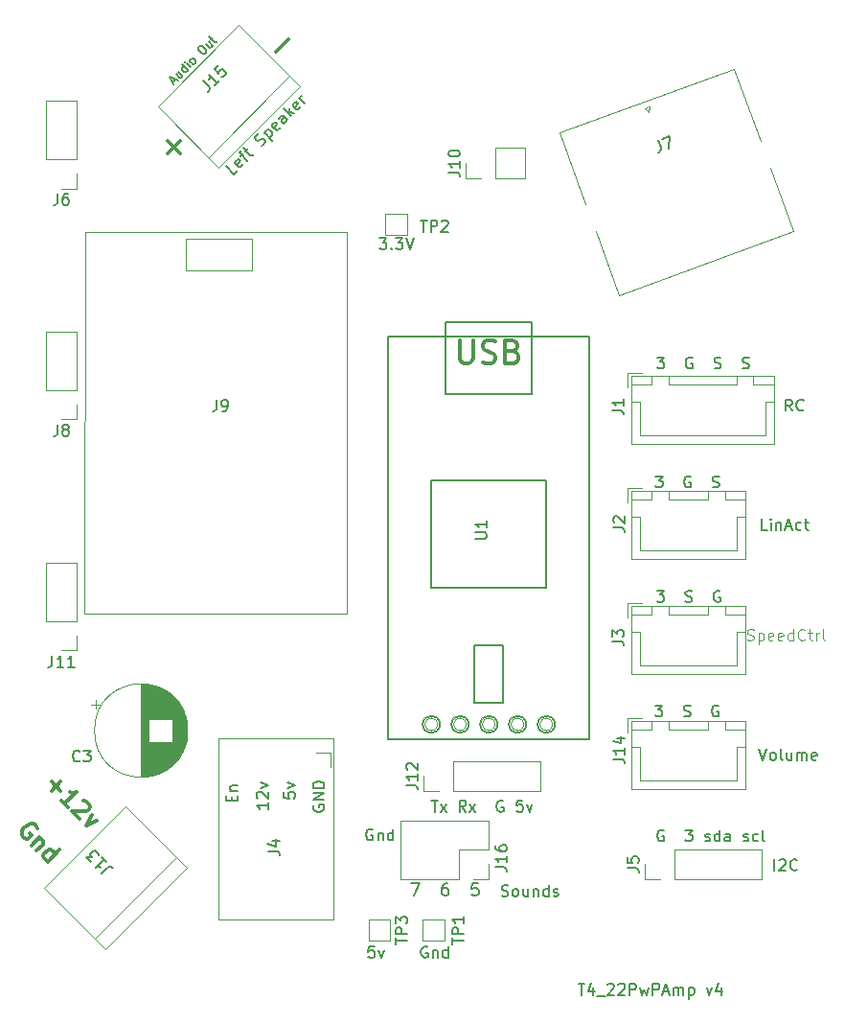
<source format=gbr>
G04 #@! TF.GenerationSoftware,KiCad,Pcbnew,(6.0.7)*
G04 #@! TF.CreationDate,2022-08-21T18:19:36-05:00*
G04 #@! TF.ProjectId,ControlBoardT4_22PinSound_PowerAmp,436f6e74-726f-46c4-926f-61726454345f,rev?*
G04 #@! TF.SameCoordinates,Original*
G04 #@! TF.FileFunction,Legend,Top*
G04 #@! TF.FilePolarity,Positive*
%FSLAX46Y46*%
G04 Gerber Fmt 4.6, Leading zero omitted, Abs format (unit mm)*
G04 Created by KiCad (PCBNEW (6.0.7)) date 2022-08-21 18:19:36*
%MOMM*%
%LPD*%
G01*
G04 APERTURE LIST*
%ADD10C,0.300000*%
%ADD11C,0.150000*%
%ADD12C,0.350000*%
%ADD13C,0.152400*%
%ADD14C,0.120000*%
G04 APERTURE END LIST*
D10*
X111073477Y-140837816D02*
X111022969Y-140686294D01*
X110871446Y-140534771D01*
X110669416Y-140433755D01*
X110467385Y-140433755D01*
X110315862Y-140484263D01*
X110063324Y-140635786D01*
X109911801Y-140787309D01*
X109760278Y-141039847D01*
X109709771Y-141191370D01*
X109709771Y-141393400D01*
X109810786Y-141595431D01*
X109911801Y-141696446D01*
X110113832Y-141797461D01*
X110214847Y-141797461D01*
X110568400Y-141443908D01*
X110366370Y-141241877D01*
X111275507Y-141645938D02*
X110568400Y-142353045D01*
X111174492Y-141746954D02*
X111275507Y-141746954D01*
X111427030Y-141797461D01*
X111578553Y-141948984D01*
X111629061Y-142100507D01*
X111578553Y-142252030D01*
X111022969Y-142807614D01*
X111982614Y-143767259D02*
X113043274Y-142706599D01*
X112033122Y-143716751D02*
X111881599Y-143666244D01*
X111679568Y-143464213D01*
X111629061Y-143312690D01*
X111629061Y-143211675D01*
X111679568Y-143060152D01*
X111982614Y-142757106D01*
X112134137Y-142706599D01*
X112235152Y-142706599D01*
X112386675Y-142757106D01*
X112588705Y-142959137D01*
X112639213Y-143110660D01*
D11*
X123044859Y-74931916D02*
X123297398Y-74679378D01*
X123145875Y-75133947D02*
X122792321Y-74426840D01*
X123499428Y-74780393D01*
X123549936Y-74022779D02*
X123903489Y-74376332D01*
X123322651Y-74250063D02*
X123600443Y-74527855D01*
X123676205Y-74553109D01*
X123751966Y-74527855D01*
X123827728Y-74452094D01*
X123852981Y-74376332D01*
X123852981Y-74325825D01*
X124383312Y-73896510D02*
X123852981Y-73366180D01*
X124358058Y-73871256D02*
X124332804Y-73947018D01*
X124231789Y-74048033D01*
X124156027Y-74073287D01*
X124105520Y-74073287D01*
X124029758Y-74048033D01*
X123878235Y-73896510D01*
X123852981Y-73820748D01*
X123852981Y-73770241D01*
X123878235Y-73694479D01*
X123979251Y-73593464D01*
X124055012Y-73568210D01*
X124635850Y-73643972D02*
X124282296Y-73290418D01*
X124105520Y-73113642D02*
X124105520Y-73164149D01*
X124156027Y-73164149D01*
X124156027Y-73113642D01*
X124105520Y-73113642D01*
X124156027Y-73164149D01*
X124964149Y-73315672D02*
X124888388Y-73340926D01*
X124837880Y-73340926D01*
X124762119Y-73315672D01*
X124610596Y-73164149D01*
X124585342Y-73088388D01*
X124585342Y-73037880D01*
X124610596Y-72962119D01*
X124686357Y-72886357D01*
X124762119Y-72861104D01*
X124812626Y-72861104D01*
X124888388Y-72886357D01*
X125039911Y-73037880D01*
X125065165Y-73113642D01*
X125065165Y-73164149D01*
X125039911Y-73239911D01*
X124964149Y-73315672D01*
X125342956Y-71876205D02*
X125443972Y-71775190D01*
X125519733Y-71749936D01*
X125620748Y-71749936D01*
X125747018Y-71825697D01*
X125923794Y-72002474D01*
X125999556Y-72128743D01*
X125999556Y-72229758D01*
X125974302Y-72305520D01*
X125873287Y-72406535D01*
X125797525Y-72431789D01*
X125696510Y-72431789D01*
X125570241Y-72356027D01*
X125393464Y-72179251D01*
X125317703Y-72052981D01*
X125317703Y-71951966D01*
X125342956Y-71876205D01*
X126201586Y-71371129D02*
X126555140Y-71724682D01*
X125974302Y-71598413D02*
X126252094Y-71876205D01*
X126327855Y-71901459D01*
X126403617Y-71876205D01*
X126479378Y-71800443D01*
X126504632Y-71724682D01*
X126504632Y-71674174D01*
X126378363Y-71194352D02*
X126580393Y-70992321D01*
X126277348Y-70941814D02*
X126731916Y-71396382D01*
X126807678Y-71421636D01*
X126883439Y-71396382D01*
X126933947Y-71345875D01*
X165870357Y-99242380D02*
X166489404Y-99242380D01*
X166156071Y-99623333D01*
X166298928Y-99623333D01*
X166394166Y-99670952D01*
X166441785Y-99718571D01*
X166489404Y-99813809D01*
X166489404Y-100051904D01*
X166441785Y-100147142D01*
X166394166Y-100194761D01*
X166298928Y-100242380D01*
X166013214Y-100242380D01*
X165917976Y-100194761D01*
X165870357Y-100147142D01*
X168965595Y-99290000D02*
X168870357Y-99242380D01*
X168727500Y-99242380D01*
X168584642Y-99290000D01*
X168489404Y-99385238D01*
X168441785Y-99480476D01*
X168394166Y-99670952D01*
X168394166Y-99813809D01*
X168441785Y-100004285D01*
X168489404Y-100099523D01*
X168584642Y-100194761D01*
X168727500Y-100242380D01*
X168822738Y-100242380D01*
X168965595Y-100194761D01*
X169013214Y-100147142D01*
X169013214Y-99813809D01*
X168822738Y-99813809D01*
X170917976Y-100194761D02*
X171060833Y-100242380D01*
X171298928Y-100242380D01*
X171394166Y-100194761D01*
X171441785Y-100147142D01*
X171489404Y-100051904D01*
X171489404Y-99956666D01*
X171441785Y-99861428D01*
X171394166Y-99813809D01*
X171298928Y-99766190D01*
X171108452Y-99718571D01*
X171013214Y-99670952D01*
X170965595Y-99623333D01*
X170917976Y-99528095D01*
X170917976Y-99432857D01*
X170965595Y-99337619D01*
X171013214Y-99290000D01*
X171108452Y-99242380D01*
X171346547Y-99242380D01*
X171489404Y-99290000D01*
X173394166Y-100194761D02*
X173537023Y-100242380D01*
X173775119Y-100242380D01*
X173870357Y-100194761D01*
X173917976Y-100147142D01*
X173965595Y-100051904D01*
X173965595Y-99956666D01*
X173917976Y-99861428D01*
X173870357Y-99813809D01*
X173775119Y-99766190D01*
X173584642Y-99718571D01*
X173489404Y-99670952D01*
X173441785Y-99623333D01*
X173394166Y-99528095D01*
X173394166Y-99432857D01*
X173441785Y-99337619D01*
X173489404Y-99290000D01*
X173584642Y-99242380D01*
X173822738Y-99242380D01*
X173965595Y-99290000D01*
X165710357Y-109742380D02*
X166329404Y-109742380D01*
X165996071Y-110123333D01*
X166138928Y-110123333D01*
X166234166Y-110170952D01*
X166281785Y-110218571D01*
X166329404Y-110313809D01*
X166329404Y-110551904D01*
X166281785Y-110647142D01*
X166234166Y-110694761D01*
X166138928Y-110742380D01*
X165853214Y-110742380D01*
X165757976Y-110694761D01*
X165710357Y-110647142D01*
X168805595Y-109790000D02*
X168710357Y-109742380D01*
X168567500Y-109742380D01*
X168424642Y-109790000D01*
X168329404Y-109885238D01*
X168281785Y-109980476D01*
X168234166Y-110170952D01*
X168234166Y-110313809D01*
X168281785Y-110504285D01*
X168329404Y-110599523D01*
X168424642Y-110694761D01*
X168567500Y-110742380D01*
X168662738Y-110742380D01*
X168805595Y-110694761D01*
X168853214Y-110647142D01*
X168853214Y-110313809D01*
X168662738Y-110313809D01*
X170757976Y-110694761D02*
X170900833Y-110742380D01*
X171138928Y-110742380D01*
X171234166Y-110694761D01*
X171281785Y-110647142D01*
X171329404Y-110551904D01*
X171329404Y-110456666D01*
X171281785Y-110361428D01*
X171234166Y-110313809D01*
X171138928Y-110266190D01*
X170948452Y-110218571D01*
X170853214Y-110170952D01*
X170805595Y-110123333D01*
X170757976Y-110028095D01*
X170757976Y-109932857D01*
X170805595Y-109837619D01*
X170853214Y-109790000D01*
X170948452Y-109742380D01*
X171186547Y-109742380D01*
X171329404Y-109790000D01*
X165700357Y-129972380D02*
X166319404Y-129972380D01*
X165986071Y-130353333D01*
X166128928Y-130353333D01*
X166224166Y-130400952D01*
X166271785Y-130448571D01*
X166319404Y-130543809D01*
X166319404Y-130781904D01*
X166271785Y-130877142D01*
X166224166Y-130924761D01*
X166128928Y-130972380D01*
X165843214Y-130972380D01*
X165747976Y-130924761D01*
X165700357Y-130877142D01*
X168224166Y-130924761D02*
X168367023Y-130972380D01*
X168605119Y-130972380D01*
X168700357Y-130924761D01*
X168747976Y-130877142D01*
X168795595Y-130781904D01*
X168795595Y-130686666D01*
X168747976Y-130591428D01*
X168700357Y-130543809D01*
X168605119Y-130496190D01*
X168414642Y-130448571D01*
X168319404Y-130400952D01*
X168271785Y-130353333D01*
X168224166Y-130258095D01*
X168224166Y-130162857D01*
X168271785Y-130067619D01*
X168319404Y-130020000D01*
X168414642Y-129972380D01*
X168652738Y-129972380D01*
X168795595Y-130020000D01*
X171271785Y-130020000D02*
X171176547Y-129972380D01*
X171033690Y-129972380D01*
X170890833Y-130020000D01*
X170795595Y-130115238D01*
X170747976Y-130210476D01*
X170700357Y-130400952D01*
X170700357Y-130543809D01*
X170747976Y-130734285D01*
X170795595Y-130829523D01*
X170890833Y-130924761D01*
X171033690Y-130972380D01*
X171128928Y-130972380D01*
X171271785Y-130924761D01*
X171319404Y-130877142D01*
X171319404Y-130543809D01*
X171128928Y-130543809D01*
X166434404Y-141025000D02*
X166339166Y-140977380D01*
X166196309Y-140977380D01*
X166053452Y-141025000D01*
X165958214Y-141120238D01*
X165910595Y-141215476D01*
X165862976Y-141405952D01*
X165862976Y-141548809D01*
X165910595Y-141739285D01*
X165958214Y-141834523D01*
X166053452Y-141929761D01*
X166196309Y-141977380D01*
X166291547Y-141977380D01*
X166434404Y-141929761D01*
X166482023Y-141882142D01*
X166482023Y-141548809D01*
X166291547Y-141548809D01*
X168339166Y-140977380D02*
X168958214Y-140977380D01*
X168624880Y-141358333D01*
X168767738Y-141358333D01*
X168862976Y-141405952D01*
X168910595Y-141453571D01*
X168958214Y-141548809D01*
X168958214Y-141786904D01*
X168910595Y-141882142D01*
X168862976Y-141929761D01*
X168767738Y-141977380D01*
X168482023Y-141977380D01*
X168386785Y-141929761D01*
X168339166Y-141882142D01*
X170101071Y-141929761D02*
X170196309Y-141977380D01*
X170386785Y-141977380D01*
X170482023Y-141929761D01*
X170529642Y-141834523D01*
X170529642Y-141786904D01*
X170482023Y-141691666D01*
X170386785Y-141644047D01*
X170243928Y-141644047D01*
X170148690Y-141596428D01*
X170101071Y-141501190D01*
X170101071Y-141453571D01*
X170148690Y-141358333D01*
X170243928Y-141310714D01*
X170386785Y-141310714D01*
X170482023Y-141358333D01*
X171386785Y-141977380D02*
X171386785Y-140977380D01*
X171386785Y-141929761D02*
X171291547Y-141977380D01*
X171101071Y-141977380D01*
X171005833Y-141929761D01*
X170958214Y-141882142D01*
X170910595Y-141786904D01*
X170910595Y-141501190D01*
X170958214Y-141405952D01*
X171005833Y-141358333D01*
X171101071Y-141310714D01*
X171291547Y-141310714D01*
X171386785Y-141358333D01*
X172291547Y-141977380D02*
X172291547Y-141453571D01*
X172243928Y-141358333D01*
X172148690Y-141310714D01*
X171958214Y-141310714D01*
X171862976Y-141358333D01*
X172291547Y-141929761D02*
X172196309Y-141977380D01*
X171958214Y-141977380D01*
X171862976Y-141929761D01*
X171815357Y-141834523D01*
X171815357Y-141739285D01*
X171862976Y-141644047D01*
X171958214Y-141596428D01*
X172196309Y-141596428D01*
X172291547Y-141548809D01*
X173482023Y-141929761D02*
X173577261Y-141977380D01*
X173767738Y-141977380D01*
X173862976Y-141929761D01*
X173910595Y-141834523D01*
X173910595Y-141786904D01*
X173862976Y-141691666D01*
X173767738Y-141644047D01*
X173624880Y-141644047D01*
X173529642Y-141596428D01*
X173482023Y-141501190D01*
X173482023Y-141453571D01*
X173529642Y-141358333D01*
X173624880Y-141310714D01*
X173767738Y-141310714D01*
X173862976Y-141358333D01*
X174767738Y-141929761D02*
X174672500Y-141977380D01*
X174482023Y-141977380D01*
X174386785Y-141929761D01*
X174339166Y-141882142D01*
X174291547Y-141786904D01*
X174291547Y-141501190D01*
X174339166Y-141405952D01*
X174386785Y-141358333D01*
X174482023Y-141310714D01*
X174672500Y-141310714D01*
X174767738Y-141358333D01*
X175339166Y-141977380D02*
X175243928Y-141929761D01*
X175196309Y-141834523D01*
X175196309Y-140977380D01*
X165830357Y-119842380D02*
X166449404Y-119842380D01*
X166116071Y-120223333D01*
X166258928Y-120223333D01*
X166354166Y-120270952D01*
X166401785Y-120318571D01*
X166449404Y-120413809D01*
X166449404Y-120651904D01*
X166401785Y-120747142D01*
X166354166Y-120794761D01*
X166258928Y-120842380D01*
X165973214Y-120842380D01*
X165877976Y-120794761D01*
X165830357Y-120747142D01*
X168354166Y-120794761D02*
X168497023Y-120842380D01*
X168735119Y-120842380D01*
X168830357Y-120794761D01*
X168877976Y-120747142D01*
X168925595Y-120651904D01*
X168925595Y-120556666D01*
X168877976Y-120461428D01*
X168830357Y-120413809D01*
X168735119Y-120366190D01*
X168544642Y-120318571D01*
X168449404Y-120270952D01*
X168401785Y-120223333D01*
X168354166Y-120128095D01*
X168354166Y-120032857D01*
X168401785Y-119937619D01*
X168449404Y-119890000D01*
X168544642Y-119842380D01*
X168782738Y-119842380D01*
X168925595Y-119890000D01*
X171401785Y-119890000D02*
X171306547Y-119842380D01*
X171163690Y-119842380D01*
X171020833Y-119890000D01*
X170925595Y-119985238D01*
X170877976Y-120080476D01*
X170830357Y-120270952D01*
X170830357Y-120413809D01*
X170877976Y-120604285D01*
X170925595Y-120699523D01*
X171020833Y-120794761D01*
X171163690Y-120842380D01*
X171258928Y-120842380D01*
X171401785Y-120794761D01*
X171449404Y-120747142D01*
X171449404Y-120413809D01*
X171258928Y-120413809D01*
D10*
X112330963Y-136707486D02*
X113139086Y-137515608D01*
X112330963Y-137515608D02*
X113139086Y-136707486D01*
X113795685Y-138980330D02*
X113189593Y-138374238D01*
X113492639Y-138677284D02*
X114553299Y-137616624D01*
X114300761Y-137667131D01*
X114098730Y-137667131D01*
X113947208Y-137616624D01*
X115159391Y-138424746D02*
X115260406Y-138424746D01*
X115411929Y-138475253D01*
X115664467Y-138727791D01*
X115714975Y-138879314D01*
X115714975Y-138980330D01*
X115664467Y-139131852D01*
X115563452Y-139232868D01*
X115361421Y-139333883D01*
X114149238Y-139333883D01*
X114805837Y-139990482D01*
X115866497Y-139636929D02*
X115411929Y-140596574D01*
X116371574Y-140142005D01*
X148426190Y-97764761D02*
X148426190Y-99383809D01*
X148521428Y-99574285D01*
X148616666Y-99669523D01*
X148807142Y-99764761D01*
X149188095Y-99764761D01*
X149378571Y-99669523D01*
X149473809Y-99574285D01*
X149569047Y-99383809D01*
X149569047Y-97764761D01*
X150426190Y-99669523D02*
X150711904Y-99764761D01*
X151188095Y-99764761D01*
X151378571Y-99669523D01*
X151473809Y-99574285D01*
X151569047Y-99383809D01*
X151569047Y-99193333D01*
X151473809Y-99002857D01*
X151378571Y-98907619D01*
X151188095Y-98812380D01*
X150807142Y-98717142D01*
X150616666Y-98621904D01*
X150521428Y-98526666D01*
X150426190Y-98336190D01*
X150426190Y-98145714D01*
X150521428Y-97955238D01*
X150616666Y-97860000D01*
X150807142Y-97764761D01*
X151283333Y-97764761D01*
X151569047Y-97860000D01*
X153092857Y-98717142D02*
X153378571Y-98812380D01*
X153473809Y-98907619D01*
X153569047Y-99098095D01*
X153569047Y-99383809D01*
X153473809Y-99574285D01*
X153378571Y-99669523D01*
X153188095Y-99764761D01*
X152426190Y-99764761D01*
X152426190Y-97764761D01*
X153092857Y-97764761D01*
X153283333Y-97860000D01*
X153378571Y-97955238D01*
X153473809Y-98145714D01*
X153473809Y-98336190D01*
X153378571Y-98526666D01*
X153283333Y-98621904D01*
X153092857Y-98717142D01*
X152426190Y-98717142D01*
D11*
X140708142Y-140942440D02*
X140612904Y-140894820D01*
X140470047Y-140894820D01*
X140327190Y-140942440D01*
X140231952Y-141037678D01*
X140184333Y-141132916D01*
X140136714Y-141323392D01*
X140136714Y-141466249D01*
X140184333Y-141656725D01*
X140231952Y-141751963D01*
X140327190Y-141847201D01*
X140470047Y-141894820D01*
X140565285Y-141894820D01*
X140708142Y-141847201D01*
X140755761Y-141799582D01*
X140755761Y-141466249D01*
X140565285Y-141466249D01*
X141184333Y-141228154D02*
X141184333Y-141894820D01*
X141184333Y-141323392D02*
X141231952Y-141275773D01*
X141327190Y-141228154D01*
X141470047Y-141228154D01*
X141565285Y-141275773D01*
X141612904Y-141371011D01*
X141612904Y-141894820D01*
X142517666Y-141894820D02*
X142517666Y-140894820D01*
X142517666Y-141847201D02*
X142422428Y-141894820D01*
X142231952Y-141894820D01*
X142136714Y-141847201D01*
X142089095Y-141799582D01*
X142041476Y-141704344D01*
X142041476Y-141418630D01*
X142089095Y-141323392D01*
X142136714Y-141275773D01*
X142231952Y-141228154D01*
X142422428Y-141228154D01*
X142517666Y-141275773D01*
D12*
X122587267Y-81214763D02*
X123664763Y-80137267D01*
X123664763Y-81214763D02*
X122587267Y-80137267D01*
D11*
X145904509Y-138375140D02*
X146475938Y-138375140D01*
X146190223Y-139375140D02*
X146190223Y-138375140D01*
X146714033Y-139375140D02*
X147237842Y-138708474D01*
X146714033Y-138708474D02*
X147237842Y-139375140D01*
X148952128Y-139375140D02*
X148618795Y-138898950D01*
X148380700Y-139375140D02*
X148380700Y-138375140D01*
X148761652Y-138375140D01*
X148856890Y-138422760D01*
X148904509Y-138470379D01*
X148952128Y-138565617D01*
X148952128Y-138708474D01*
X148904509Y-138803712D01*
X148856890Y-138851331D01*
X148761652Y-138898950D01*
X148380700Y-138898950D01*
X149285461Y-139375140D02*
X149809271Y-138708474D01*
X149285461Y-138708474D02*
X149809271Y-139375140D01*
X152237842Y-138422760D02*
X152142604Y-138375140D01*
X151999747Y-138375140D01*
X151856890Y-138422760D01*
X151761652Y-138517998D01*
X151714033Y-138613236D01*
X151666414Y-138803712D01*
X151666414Y-138946569D01*
X151714033Y-139137045D01*
X151761652Y-139232283D01*
X151856890Y-139327521D01*
X151999747Y-139375140D01*
X152094985Y-139375140D01*
X152237842Y-139327521D01*
X152285461Y-139279902D01*
X152285461Y-138946569D01*
X152094985Y-138946569D01*
X153952128Y-138375140D02*
X153475938Y-138375140D01*
X153428319Y-138851331D01*
X153475938Y-138803712D01*
X153571176Y-138756093D01*
X153809271Y-138756093D01*
X153904509Y-138803712D01*
X153952128Y-138851331D01*
X153999747Y-138946569D01*
X153999747Y-139184664D01*
X153952128Y-139279902D01*
X153904509Y-139327521D01*
X153809271Y-139375140D01*
X153571176Y-139375140D01*
X153475938Y-139327521D01*
X153428319Y-139279902D01*
X154333080Y-138708474D02*
X154571176Y-139375140D01*
X154809271Y-138708474D01*
X158895238Y-154552380D02*
X159466666Y-154552380D01*
X159180952Y-155552380D02*
X159180952Y-154552380D01*
X160228571Y-154885714D02*
X160228571Y-155552380D01*
X159990476Y-154504761D02*
X159752380Y-155219047D01*
X160371428Y-155219047D01*
X160514285Y-155647619D02*
X161276190Y-155647619D01*
X161466666Y-154647619D02*
X161514285Y-154600000D01*
X161609523Y-154552380D01*
X161847619Y-154552380D01*
X161942857Y-154600000D01*
X161990476Y-154647619D01*
X162038095Y-154742857D01*
X162038095Y-154838095D01*
X161990476Y-154980952D01*
X161419047Y-155552380D01*
X162038095Y-155552380D01*
X162419047Y-154647619D02*
X162466666Y-154600000D01*
X162561904Y-154552380D01*
X162800000Y-154552380D01*
X162895238Y-154600000D01*
X162942857Y-154647619D01*
X162990476Y-154742857D01*
X162990476Y-154838095D01*
X162942857Y-154980952D01*
X162371428Y-155552380D01*
X162990476Y-155552380D01*
X163419047Y-155552380D02*
X163419047Y-154552380D01*
X163800000Y-154552380D01*
X163895238Y-154600000D01*
X163942857Y-154647619D01*
X163990476Y-154742857D01*
X163990476Y-154885714D01*
X163942857Y-154980952D01*
X163895238Y-155028571D01*
X163800000Y-155076190D01*
X163419047Y-155076190D01*
X164323809Y-154885714D02*
X164514285Y-155552380D01*
X164704761Y-155076190D01*
X164895238Y-155552380D01*
X165085714Y-154885714D01*
X165466666Y-155552380D02*
X165466666Y-154552380D01*
X165847619Y-154552380D01*
X165942857Y-154600000D01*
X165990476Y-154647619D01*
X166038095Y-154742857D01*
X166038095Y-154885714D01*
X165990476Y-154980952D01*
X165942857Y-155028571D01*
X165847619Y-155076190D01*
X165466666Y-155076190D01*
X166419047Y-155266666D02*
X166895238Y-155266666D01*
X166323809Y-155552380D02*
X166657142Y-154552380D01*
X166990476Y-155552380D01*
X167323809Y-155552380D02*
X167323809Y-154885714D01*
X167323809Y-154980952D02*
X167371428Y-154933333D01*
X167466666Y-154885714D01*
X167609523Y-154885714D01*
X167704761Y-154933333D01*
X167752380Y-155028571D01*
X167752380Y-155552380D01*
X167752380Y-155028571D02*
X167800000Y-154933333D01*
X167895238Y-154885714D01*
X168038095Y-154885714D01*
X168133333Y-154933333D01*
X168180952Y-155028571D01*
X168180952Y-155552380D01*
X168657142Y-154885714D02*
X168657142Y-155885714D01*
X168657142Y-154933333D02*
X168752380Y-154885714D01*
X168942857Y-154885714D01*
X169038095Y-154933333D01*
X169085714Y-154980952D01*
X169133333Y-155076190D01*
X169133333Y-155361904D01*
X169085714Y-155457142D01*
X169038095Y-155504761D01*
X168942857Y-155552380D01*
X168752380Y-155552380D01*
X168657142Y-155504761D01*
X170228571Y-154885714D02*
X170466666Y-155552380D01*
X170704761Y-154885714D01*
X171514285Y-154885714D02*
X171514285Y-155552380D01*
X171276190Y-154504761D02*
X171038095Y-155219047D01*
X171657142Y-155219047D01*
X152110000Y-146794761D02*
X152252857Y-146842380D01*
X152490952Y-146842380D01*
X152586190Y-146794761D01*
X152633809Y-146747142D01*
X152681428Y-146651904D01*
X152681428Y-146556666D01*
X152633809Y-146461428D01*
X152586190Y-146413809D01*
X152490952Y-146366190D01*
X152300476Y-146318571D01*
X152205238Y-146270952D01*
X152157619Y-146223333D01*
X152110000Y-146128095D01*
X152110000Y-146032857D01*
X152157619Y-145937619D01*
X152205238Y-145890000D01*
X152300476Y-145842380D01*
X152538571Y-145842380D01*
X152681428Y-145890000D01*
X153252857Y-146842380D02*
X153157619Y-146794761D01*
X153110000Y-146747142D01*
X153062380Y-146651904D01*
X153062380Y-146366190D01*
X153110000Y-146270952D01*
X153157619Y-146223333D01*
X153252857Y-146175714D01*
X153395714Y-146175714D01*
X153490952Y-146223333D01*
X153538571Y-146270952D01*
X153586190Y-146366190D01*
X153586190Y-146651904D01*
X153538571Y-146747142D01*
X153490952Y-146794761D01*
X153395714Y-146842380D01*
X153252857Y-146842380D01*
X154443333Y-146175714D02*
X154443333Y-146842380D01*
X154014761Y-146175714D02*
X154014761Y-146699523D01*
X154062380Y-146794761D01*
X154157619Y-146842380D01*
X154300476Y-146842380D01*
X154395714Y-146794761D01*
X154443333Y-146747142D01*
X154919523Y-146175714D02*
X154919523Y-146842380D01*
X154919523Y-146270952D02*
X154967142Y-146223333D01*
X155062380Y-146175714D01*
X155205238Y-146175714D01*
X155300476Y-146223333D01*
X155348095Y-146318571D01*
X155348095Y-146842380D01*
X156252857Y-146842380D02*
X156252857Y-145842380D01*
X156252857Y-146794761D02*
X156157619Y-146842380D01*
X155967142Y-146842380D01*
X155871904Y-146794761D01*
X155824285Y-146747142D01*
X155776666Y-146651904D01*
X155776666Y-146366190D01*
X155824285Y-146270952D01*
X155871904Y-146223333D01*
X155967142Y-146175714D01*
X156157619Y-146175714D01*
X156252857Y-146223333D01*
X156681428Y-146794761D02*
X156776666Y-146842380D01*
X156967142Y-146842380D01*
X157062380Y-146794761D01*
X157110000Y-146699523D01*
X157110000Y-146651904D01*
X157062380Y-146556666D01*
X156967142Y-146509047D01*
X156824285Y-146509047D01*
X156729047Y-146461428D01*
X156681428Y-146366190D01*
X156681428Y-146318571D01*
X156729047Y-146223333D01*
X156824285Y-146175714D01*
X156967142Y-146175714D01*
X157062380Y-146223333D01*
D13*
X144132800Y-145695800D02*
X144844000Y-145695800D01*
X144386800Y-146762600D01*
X147333200Y-145695800D02*
X147130000Y-145695800D01*
X147028400Y-145746600D01*
X146977600Y-145797400D01*
X146876000Y-145949800D01*
X146825200Y-146153000D01*
X146825200Y-146559400D01*
X146876000Y-146661000D01*
X146926800Y-146711800D01*
X147028400Y-146762600D01*
X147231600Y-146762600D01*
X147333200Y-146711800D01*
X147384000Y-146661000D01*
X147434800Y-146559400D01*
X147434800Y-146305400D01*
X147384000Y-146203800D01*
X147333200Y-146153000D01*
X147231600Y-146102200D01*
X147028400Y-146102200D01*
X146926800Y-146153000D01*
X146876000Y-146203800D01*
X146825200Y-146305400D01*
X150025600Y-145695800D02*
X149517600Y-145695800D01*
X149466800Y-146203800D01*
X149517600Y-146153000D01*
X149619200Y-146102200D01*
X149873200Y-146102200D01*
X149974800Y-146153000D01*
X150025600Y-146203800D01*
X150076400Y-146305400D01*
X150076400Y-146559400D01*
X150025600Y-146661000D01*
X149974800Y-146711800D01*
X149873200Y-146762600D01*
X149619200Y-146762600D01*
X149517600Y-146711800D01*
X149466800Y-146661000D01*
D12*
X132162267Y-72239763D02*
X133239763Y-71162267D01*
D11*
X116789306Y-144789614D02*
X117294382Y-144284538D01*
X117429069Y-144217195D01*
X117563756Y-144217195D01*
X117698443Y-144284538D01*
X117765787Y-144351882D01*
X116789306Y-143375401D02*
X117193367Y-143779462D01*
X116991337Y-143577431D02*
X116284230Y-144284538D01*
X116452589Y-144250866D01*
X116587276Y-144250866D01*
X116688291Y-144284538D01*
X115846497Y-143846805D02*
X115408764Y-143409073D01*
X115913841Y-143375401D01*
X115812825Y-143274386D01*
X115779154Y-143173370D01*
X115779154Y-143106027D01*
X115812825Y-143005012D01*
X115981184Y-142836653D01*
X116082199Y-142802981D01*
X116149543Y-142802981D01*
X116250558Y-142836653D01*
X116452589Y-143038683D01*
X116486260Y-143139699D01*
X116486260Y-143207042D01*
X147752380Y-151061904D02*
X147752380Y-150490476D01*
X148752380Y-150776190D02*
X147752380Y-150776190D01*
X148752380Y-150157142D02*
X147752380Y-150157142D01*
X147752380Y-149776190D01*
X147800000Y-149680952D01*
X147847619Y-149633333D01*
X147942857Y-149585714D01*
X148085714Y-149585714D01*
X148180952Y-149633333D01*
X148228571Y-149680952D01*
X148276190Y-149776190D01*
X148276190Y-150157142D01*
X148752380Y-148633333D02*
X148752380Y-149204761D01*
X148752380Y-148919047D02*
X147752380Y-148919047D01*
X147895238Y-149014285D01*
X147990476Y-149109523D01*
X148038095Y-149204761D01*
X145557142Y-151300000D02*
X145461904Y-151252380D01*
X145319047Y-151252380D01*
X145176190Y-151300000D01*
X145080952Y-151395238D01*
X145033333Y-151490476D01*
X144985714Y-151680952D01*
X144985714Y-151823809D01*
X145033333Y-152014285D01*
X145080952Y-152109523D01*
X145176190Y-152204761D01*
X145319047Y-152252380D01*
X145414285Y-152252380D01*
X145557142Y-152204761D01*
X145604761Y-152157142D01*
X145604761Y-151823809D01*
X145414285Y-151823809D01*
X146033333Y-151585714D02*
X146033333Y-152252380D01*
X146033333Y-151680952D02*
X146080952Y-151633333D01*
X146176190Y-151585714D01*
X146319047Y-151585714D01*
X146414285Y-151633333D01*
X146461904Y-151728571D01*
X146461904Y-152252380D01*
X147366666Y-152252380D02*
X147366666Y-151252380D01*
X147366666Y-152204761D02*
X147271428Y-152252380D01*
X147080952Y-152252380D01*
X146985714Y-152204761D01*
X146938095Y-152157142D01*
X146890476Y-152061904D01*
X146890476Y-151776190D01*
X146938095Y-151680952D01*
X146985714Y-151633333D01*
X147080952Y-151585714D01*
X147271428Y-151585714D01*
X147366666Y-151633333D01*
X125743249Y-74808618D02*
X126248325Y-75313694D01*
X126315668Y-75448381D01*
X126315668Y-75583068D01*
X126248325Y-75717755D01*
X126180981Y-75785099D01*
X127157462Y-74808618D02*
X126753401Y-75212679D01*
X126955432Y-75010649D02*
X126248325Y-74303542D01*
X126281997Y-74471901D01*
X126281997Y-74606588D01*
X126248325Y-74707603D01*
X127090119Y-73461748D02*
X126753401Y-73798466D01*
X127056447Y-74168855D01*
X127056447Y-74101511D01*
X127090119Y-74000496D01*
X127258477Y-73832137D01*
X127359493Y-73798466D01*
X127426836Y-73798466D01*
X127527851Y-73832137D01*
X127696210Y-74000496D01*
X127729882Y-74101511D01*
X127729882Y-74168855D01*
X127696210Y-74269870D01*
X127527851Y-74438229D01*
X127426836Y-74471901D01*
X127359493Y-74471901D01*
X128765787Y-82720779D02*
X128429070Y-83057497D01*
X127721963Y-82350390D01*
X129237192Y-82182031D02*
X129203520Y-82283046D01*
X129068833Y-82417733D01*
X128967818Y-82451405D01*
X128866802Y-82417733D01*
X128597428Y-82148359D01*
X128563757Y-82047344D01*
X128597428Y-81946329D01*
X128732115Y-81811642D01*
X128833131Y-81777970D01*
X128934146Y-81811642D01*
X129001489Y-81878985D01*
X128732115Y-82283046D01*
X129035161Y-81508596D02*
X129304535Y-81239222D01*
X129607581Y-81878985D02*
X129001489Y-81272894D01*
X128967818Y-81171879D01*
X129001489Y-81070863D01*
X129068833Y-81003520D01*
X129439222Y-81104535D02*
X129708596Y-80835161D01*
X129304535Y-80767818D02*
X129910627Y-81373909D01*
X130011642Y-81407581D01*
X130112657Y-81373909D01*
X130180001Y-81306566D01*
X130887107Y-80532115D02*
X131021794Y-80464772D01*
X131190153Y-80296413D01*
X131223825Y-80195398D01*
X131223825Y-80128054D01*
X131190153Y-80027039D01*
X131122810Y-79959696D01*
X131021794Y-79926024D01*
X130954451Y-79926024D01*
X130853436Y-79959696D01*
X130685077Y-80060711D01*
X130584062Y-80094383D01*
X130516718Y-80094383D01*
X130415703Y-80060711D01*
X130348359Y-79993367D01*
X130314688Y-79892352D01*
X130314688Y-79825009D01*
X130348359Y-79723993D01*
X130516718Y-79555635D01*
X130651405Y-79488291D01*
X131156481Y-79387276D02*
X131863588Y-80094383D01*
X131190153Y-79420947D02*
X131223825Y-79319932D01*
X131358512Y-79185245D01*
X131459527Y-79151573D01*
X131526871Y-79151573D01*
X131627886Y-79185245D01*
X131829917Y-79387276D01*
X131863588Y-79488291D01*
X131863588Y-79555635D01*
X131829917Y-79656650D01*
X131695230Y-79791337D01*
X131594214Y-79825009D01*
X132503352Y-78915871D02*
X132469680Y-79016886D01*
X132334993Y-79151573D01*
X132233978Y-79185245D01*
X132132962Y-79151573D01*
X131863588Y-78882199D01*
X131829917Y-78781184D01*
X131863588Y-78680169D01*
X131998275Y-78545482D01*
X132099291Y-78511810D01*
X132200306Y-78545482D01*
X132267649Y-78612825D01*
X131998275Y-79016886D01*
X133176787Y-78309780D02*
X132806397Y-77939390D01*
X132705382Y-77905719D01*
X132604367Y-77939390D01*
X132469680Y-78074077D01*
X132436008Y-78175093D01*
X133143115Y-78276108D02*
X133109443Y-78377123D01*
X132941084Y-78545482D01*
X132840069Y-78579154D01*
X132739054Y-78545482D01*
X132671710Y-78478138D01*
X132638039Y-78377123D01*
X132671710Y-78276108D01*
X132840069Y-78107749D01*
X132873741Y-78006734D01*
X133513504Y-77973062D02*
X132806397Y-77265955D01*
X133311474Y-77636345D02*
X133782878Y-77703688D01*
X133311474Y-77232284D02*
X133311474Y-77771032D01*
X134321626Y-77097597D02*
X134287954Y-77198612D01*
X134153267Y-77333299D01*
X134052252Y-77366971D01*
X133951237Y-77333299D01*
X133681863Y-77063925D01*
X133648191Y-76962910D01*
X133681863Y-76861894D01*
X133816550Y-76727207D01*
X133917565Y-76693536D01*
X134018580Y-76727207D01*
X134085924Y-76794551D01*
X133816550Y-77198612D01*
X134692015Y-76794551D02*
X134220611Y-76323146D01*
X134355298Y-76457833D02*
X134321626Y-76356818D01*
X134321626Y-76289475D01*
X134355298Y-76188459D01*
X134422641Y-76121116D01*
X112866666Y-84782380D02*
X112866666Y-85496666D01*
X112819047Y-85639523D01*
X112723809Y-85734761D01*
X112580952Y-85782380D01*
X112485714Y-85782380D01*
X113771428Y-84782380D02*
X113580952Y-84782380D01*
X113485714Y-84830000D01*
X113438095Y-84877619D01*
X113342857Y-85020476D01*
X113295238Y-85210952D01*
X113295238Y-85591904D01*
X113342857Y-85687142D01*
X113390476Y-85734761D01*
X113485714Y-85782380D01*
X113676190Y-85782380D01*
X113771428Y-85734761D01*
X113819047Y-85687142D01*
X113866666Y-85591904D01*
X113866666Y-85353809D01*
X113819047Y-85258571D01*
X113771428Y-85210952D01*
X113676190Y-85163333D01*
X113485714Y-85163333D01*
X113390476Y-85210952D01*
X113342857Y-85258571D01*
X113295238Y-85353809D01*
X112866666Y-105182380D02*
X112866666Y-105896666D01*
X112819047Y-106039523D01*
X112723809Y-106134761D01*
X112580952Y-106182380D01*
X112485714Y-106182380D01*
X113485714Y-105610952D02*
X113390476Y-105563333D01*
X113342857Y-105515714D01*
X113295238Y-105420476D01*
X113295238Y-105372857D01*
X113342857Y-105277619D01*
X113390476Y-105230000D01*
X113485714Y-105182380D01*
X113676190Y-105182380D01*
X113771428Y-105230000D01*
X113819047Y-105277619D01*
X113866666Y-105372857D01*
X113866666Y-105420476D01*
X113819047Y-105515714D01*
X113771428Y-105563333D01*
X113676190Y-105610952D01*
X113485714Y-105610952D01*
X113390476Y-105658571D01*
X113342857Y-105706190D01*
X113295238Y-105801428D01*
X113295238Y-105991904D01*
X113342857Y-106087142D01*
X113390476Y-106134761D01*
X113485714Y-106182380D01*
X113676190Y-106182380D01*
X113771428Y-106134761D01*
X113819047Y-106087142D01*
X113866666Y-105991904D01*
X113866666Y-105801428D01*
X113819047Y-105706190D01*
X113771428Y-105658571D01*
X113676190Y-105610952D01*
X112390476Y-125582380D02*
X112390476Y-126296666D01*
X112342857Y-126439523D01*
X112247619Y-126534761D01*
X112104761Y-126582380D01*
X112009523Y-126582380D01*
X113390476Y-126582380D02*
X112819047Y-126582380D01*
X113104761Y-126582380D02*
X113104761Y-125582380D01*
X113009523Y-125725238D01*
X112914285Y-125820476D01*
X112819047Y-125868095D01*
X114342857Y-126582380D02*
X113771428Y-126582380D01*
X114057142Y-126582380D02*
X114057142Y-125582380D01*
X113961904Y-125725238D01*
X113866666Y-125820476D01*
X113771428Y-125868095D01*
X114833333Y-134857142D02*
X114785714Y-134904761D01*
X114642857Y-134952380D01*
X114547619Y-134952380D01*
X114404761Y-134904761D01*
X114309523Y-134809523D01*
X114261904Y-134714285D01*
X114214285Y-134523809D01*
X114214285Y-134380952D01*
X114261904Y-134190476D01*
X114309523Y-134095238D01*
X114404761Y-134000000D01*
X114547619Y-133952380D01*
X114642857Y-133952380D01*
X114785714Y-134000000D01*
X114833333Y-134047619D01*
X115166666Y-133952380D02*
X115785714Y-133952380D01*
X115452380Y-134333333D01*
X115595238Y-134333333D01*
X115690476Y-134380952D01*
X115738095Y-134428571D01*
X115785714Y-134523809D01*
X115785714Y-134761904D01*
X115738095Y-134857142D01*
X115690476Y-134904761D01*
X115595238Y-134952380D01*
X115309523Y-134952380D01*
X115214285Y-134904761D01*
X115166666Y-134857142D01*
X126921966Y-103004480D02*
X126921966Y-103718766D01*
X126874347Y-103861623D01*
X126779109Y-103956861D01*
X126636252Y-104004480D01*
X126541014Y-104004480D01*
X127445776Y-104004480D02*
X127636252Y-104004480D01*
X127731490Y-103956861D01*
X127779109Y-103909242D01*
X127874347Y-103766385D01*
X127921966Y-103575909D01*
X127921966Y-103194957D01*
X127874347Y-103099719D01*
X127826728Y-103052100D01*
X127731490Y-103004480D01*
X127541014Y-103004480D01*
X127445776Y-103052100D01*
X127398157Y-103099719D01*
X127350538Y-103194957D01*
X127350538Y-103433052D01*
X127398157Y-103528290D01*
X127445776Y-103575909D01*
X127541014Y-103623528D01*
X127731490Y-103623528D01*
X127826728Y-103575909D01*
X127874347Y-103528290D01*
X127921966Y-103433052D01*
X144938095Y-87152380D02*
X145509523Y-87152380D01*
X145223809Y-88152380D02*
X145223809Y-87152380D01*
X145842857Y-88152380D02*
X145842857Y-87152380D01*
X146223809Y-87152380D01*
X146319047Y-87200000D01*
X146366666Y-87247619D01*
X146414285Y-87342857D01*
X146414285Y-87485714D01*
X146366666Y-87580952D01*
X146319047Y-87628571D01*
X146223809Y-87676190D01*
X145842857Y-87676190D01*
X146795238Y-87247619D02*
X146842857Y-87200000D01*
X146938095Y-87152380D01*
X147176190Y-87152380D01*
X147271428Y-87200000D01*
X147319047Y-87247619D01*
X147366666Y-87342857D01*
X147366666Y-87438095D01*
X147319047Y-87580952D01*
X146747619Y-88152380D01*
X147366666Y-88152380D01*
X141323809Y-88702380D02*
X141942857Y-88702380D01*
X141609523Y-89083333D01*
X141752380Y-89083333D01*
X141847619Y-89130952D01*
X141895238Y-89178571D01*
X141942857Y-89273809D01*
X141942857Y-89511904D01*
X141895238Y-89607142D01*
X141847619Y-89654761D01*
X141752380Y-89702380D01*
X141466666Y-89702380D01*
X141371428Y-89654761D01*
X141323809Y-89607142D01*
X142371428Y-89607142D02*
X142419047Y-89654761D01*
X142371428Y-89702380D01*
X142323809Y-89654761D01*
X142371428Y-89607142D01*
X142371428Y-89702380D01*
X142752380Y-88702380D02*
X143371428Y-88702380D01*
X143038095Y-89083333D01*
X143180952Y-89083333D01*
X143276190Y-89130952D01*
X143323809Y-89178571D01*
X143371428Y-89273809D01*
X143371428Y-89511904D01*
X143323809Y-89607142D01*
X143276190Y-89654761D01*
X143180952Y-89702380D01*
X142895238Y-89702380D01*
X142800000Y-89654761D01*
X142752380Y-89607142D01*
X143657142Y-88702380D02*
X143990476Y-89702380D01*
X144323809Y-88702380D01*
X131489980Y-142858033D02*
X132204266Y-142858033D01*
X132347123Y-142905652D01*
X132442361Y-143000890D01*
X132489980Y-143143747D01*
X132489980Y-143238985D01*
X131823314Y-141953271D02*
X132489980Y-141953271D01*
X131442361Y-142191366D02*
X132156647Y-142429461D01*
X132156647Y-141810414D01*
X131458740Y-138564768D02*
X131458740Y-139136197D01*
X131458740Y-138850482D02*
X130458740Y-138850482D01*
X130601598Y-138945720D01*
X130696836Y-139040959D01*
X130744455Y-139136197D01*
X130553979Y-138183816D02*
X130506360Y-138136197D01*
X130458740Y-138040959D01*
X130458740Y-137802863D01*
X130506360Y-137707625D01*
X130553979Y-137660006D01*
X130649217Y-137612387D01*
X130744455Y-137612387D01*
X130887312Y-137660006D01*
X131458740Y-138231435D01*
X131458740Y-137612387D01*
X130792074Y-137279054D02*
X131458740Y-137040959D01*
X130792074Y-136802863D01*
X135477140Y-138795884D02*
X135429520Y-138891122D01*
X135429520Y-139033980D01*
X135477140Y-139176837D01*
X135572378Y-139272075D01*
X135667616Y-139319694D01*
X135858092Y-139367313D01*
X136000949Y-139367313D01*
X136191425Y-139319694D01*
X136286663Y-139272075D01*
X136381901Y-139176837D01*
X136429520Y-139033980D01*
X136429520Y-138938741D01*
X136381901Y-138795884D01*
X136334282Y-138748265D01*
X136000949Y-138748265D01*
X136000949Y-138938741D01*
X136429520Y-138319694D02*
X135429520Y-138319694D01*
X136429520Y-137748265D01*
X135429520Y-137748265D01*
X136429520Y-137272075D02*
X135429520Y-137272075D01*
X135429520Y-137033980D01*
X135477140Y-136891122D01*
X135572378Y-136795884D01*
X135667616Y-136748265D01*
X135858092Y-136700646D01*
X136000949Y-136700646D01*
X136191425Y-136748265D01*
X136286663Y-136795884D01*
X136381901Y-136891122D01*
X136429520Y-137033980D01*
X136429520Y-137272075D01*
X128270471Y-138403466D02*
X128270471Y-138070133D01*
X128794280Y-137927276D02*
X128794280Y-138403466D01*
X127794280Y-138403466D01*
X127794280Y-137927276D01*
X128127614Y-137498704D02*
X128794280Y-137498704D01*
X128222852Y-137498704D02*
X128175233Y-137451085D01*
X128127614Y-137355847D01*
X128127614Y-137212990D01*
X128175233Y-137117752D01*
X128270471Y-137070133D01*
X128794280Y-137070133D01*
X132846340Y-137663757D02*
X132846340Y-138139947D01*
X133322531Y-138187566D01*
X133274912Y-138139947D01*
X133227293Y-138044709D01*
X133227293Y-137806614D01*
X133274912Y-137711376D01*
X133322531Y-137663757D01*
X133417769Y-137616138D01*
X133655864Y-137616138D01*
X133751102Y-137663757D01*
X133798721Y-137711376D01*
X133846340Y-137806614D01*
X133846340Y-138044709D01*
X133798721Y-138139947D01*
X133751102Y-138187566D01*
X133179674Y-137282804D02*
X133846340Y-137044709D01*
X133179674Y-136806614D01*
X165951437Y-80075651D02*
X166195737Y-80746860D01*
X166199850Y-80897388D01*
X166142929Y-81019456D01*
X166024973Y-81113063D01*
X165935479Y-81145637D01*
X166309415Y-79945357D02*
X166935877Y-79717344D01*
X166875172Y-80803617D01*
X163222380Y-144333333D02*
X163936666Y-144333333D01*
X164079523Y-144380952D01*
X164174761Y-144476190D01*
X164222380Y-144619047D01*
X164222380Y-144714285D01*
X163222380Y-143380952D02*
X163222380Y-143857142D01*
X163698571Y-143904761D01*
X163650952Y-143857142D01*
X163603333Y-143761904D01*
X163603333Y-143523809D01*
X163650952Y-143428571D01*
X163698571Y-143380952D01*
X163793809Y-143333333D01*
X164031904Y-143333333D01*
X164127142Y-143380952D01*
X164174761Y-143428571D01*
X164222380Y-143523809D01*
X164222380Y-143761904D01*
X164174761Y-143857142D01*
X164127142Y-143904761D01*
X176223809Y-144552380D02*
X176223809Y-143552380D01*
X176652380Y-143647619D02*
X176700000Y-143600000D01*
X176795238Y-143552380D01*
X177033333Y-143552380D01*
X177128571Y-143600000D01*
X177176190Y-143647619D01*
X177223809Y-143742857D01*
X177223809Y-143838095D01*
X177176190Y-143980952D01*
X176604761Y-144552380D01*
X177223809Y-144552380D01*
X178223809Y-144457142D02*
X178176190Y-144504761D01*
X178033333Y-144552380D01*
X177938095Y-144552380D01*
X177795238Y-144504761D01*
X177700000Y-144409523D01*
X177652380Y-144314285D01*
X177604761Y-144123809D01*
X177604761Y-143980952D01*
X177652380Y-143790476D01*
X177700000Y-143695238D01*
X177795238Y-143600000D01*
X177938095Y-143552380D01*
X178033333Y-143552380D01*
X178176190Y-143600000D01*
X178223809Y-143647619D01*
X142752380Y-151061904D02*
X142752380Y-150490476D01*
X143752380Y-150776190D02*
X142752380Y-150776190D01*
X143752380Y-150157142D02*
X142752380Y-150157142D01*
X142752380Y-149776190D01*
X142800000Y-149680952D01*
X142847619Y-149633333D01*
X142942857Y-149585714D01*
X143085714Y-149585714D01*
X143180952Y-149633333D01*
X143228571Y-149680952D01*
X143276190Y-149776190D01*
X143276190Y-150157142D01*
X142752380Y-149252380D02*
X142752380Y-148633333D01*
X143133333Y-148966666D01*
X143133333Y-148823809D01*
X143180952Y-148728571D01*
X143228571Y-148680952D01*
X143323809Y-148633333D01*
X143561904Y-148633333D01*
X143657142Y-148680952D01*
X143704761Y-148728571D01*
X143752380Y-148823809D01*
X143752380Y-149109523D01*
X143704761Y-149204761D01*
X143657142Y-149252380D01*
X140857142Y-151252380D02*
X140380952Y-151252380D01*
X140333333Y-151728571D01*
X140380952Y-151680952D01*
X140476190Y-151633333D01*
X140714285Y-151633333D01*
X140809523Y-151680952D01*
X140857142Y-151728571D01*
X140904761Y-151823809D01*
X140904761Y-152061904D01*
X140857142Y-152157142D01*
X140809523Y-152204761D01*
X140714285Y-152252380D01*
X140476190Y-152252380D01*
X140380952Y-152204761D01*
X140333333Y-152157142D01*
X141238095Y-151585714D02*
X141476190Y-152252380D01*
X141714285Y-151585714D01*
X149794380Y-115274904D02*
X150603904Y-115274904D01*
X150699142Y-115227285D01*
X150746761Y-115179666D01*
X150794380Y-115084428D01*
X150794380Y-114893952D01*
X150746761Y-114798714D01*
X150699142Y-114751095D01*
X150603904Y-114703476D01*
X149794380Y-114703476D01*
X150794380Y-113703476D02*
X150794380Y-114274904D01*
X150794380Y-113989190D02*
X149794380Y-113989190D01*
X149937238Y-114084428D01*
X150032476Y-114179666D01*
X150080095Y-114274904D01*
X147422380Y-82909523D02*
X148136666Y-82909523D01*
X148279523Y-82957142D01*
X148374761Y-83052380D01*
X148422380Y-83195238D01*
X148422380Y-83290476D01*
X148422380Y-81909523D02*
X148422380Y-82480952D01*
X148422380Y-82195238D02*
X147422380Y-82195238D01*
X147565238Y-82290476D01*
X147660476Y-82385714D01*
X147708095Y-82480952D01*
X147422380Y-81290476D02*
X147422380Y-81195238D01*
X147470000Y-81100000D01*
X147517619Y-81052380D01*
X147612857Y-81004761D01*
X147803333Y-80957142D01*
X148041428Y-80957142D01*
X148231904Y-81004761D01*
X148327142Y-81052380D01*
X148374761Y-81100000D01*
X148422380Y-81195238D01*
X148422380Y-81290476D01*
X148374761Y-81385714D01*
X148327142Y-81433333D01*
X148231904Y-81480952D01*
X148041428Y-81528571D01*
X147803333Y-81528571D01*
X147612857Y-81480952D01*
X147517619Y-81433333D01*
X147470000Y-81385714D01*
X147422380Y-81290476D01*
X143677080Y-137021883D02*
X144391366Y-137021883D01*
X144534223Y-137069502D01*
X144629461Y-137164740D01*
X144677080Y-137307598D01*
X144677080Y-137402836D01*
X144677080Y-136021883D02*
X144677080Y-136593312D01*
X144677080Y-136307598D02*
X143677080Y-136307598D01*
X143819938Y-136402836D01*
X143915176Y-136498074D01*
X143962795Y-136593312D01*
X143772319Y-135640931D02*
X143724700Y-135593312D01*
X143677080Y-135498074D01*
X143677080Y-135259979D01*
X143724700Y-135164740D01*
X143772319Y-135117121D01*
X143867557Y-135069502D01*
X143962795Y-135069502D01*
X144105652Y-135117121D01*
X144677080Y-135688550D01*
X144677080Y-135069502D01*
X161902380Y-103923333D02*
X162616666Y-103923333D01*
X162759523Y-103970952D01*
X162854761Y-104066190D01*
X162902380Y-104209047D01*
X162902380Y-104304285D01*
X162902380Y-102923333D02*
X162902380Y-103494761D01*
X162902380Y-103209047D02*
X161902380Y-103209047D01*
X162045238Y-103304285D01*
X162140476Y-103399523D01*
X162188095Y-103494761D01*
X177789523Y-103962380D02*
X177456190Y-103486190D01*
X177218095Y-103962380D02*
X177218095Y-102962380D01*
X177599047Y-102962380D01*
X177694285Y-103010000D01*
X177741904Y-103057619D01*
X177789523Y-103152857D01*
X177789523Y-103295714D01*
X177741904Y-103390952D01*
X177694285Y-103438571D01*
X177599047Y-103486190D01*
X177218095Y-103486190D01*
X178789523Y-103867142D02*
X178741904Y-103914761D01*
X178599047Y-103962380D01*
X178503809Y-103962380D01*
X178360952Y-103914761D01*
X178265714Y-103819523D01*
X178218095Y-103724285D01*
X178170476Y-103533809D01*
X178170476Y-103390952D01*
X178218095Y-103200476D01*
X178265714Y-103105238D01*
X178360952Y-103010000D01*
X178503809Y-102962380D01*
X178599047Y-102962380D01*
X178741904Y-103010000D01*
X178789523Y-103057619D01*
X161972380Y-114273333D02*
X162686666Y-114273333D01*
X162829523Y-114320952D01*
X162924761Y-114416190D01*
X162972380Y-114559047D01*
X162972380Y-114654285D01*
X162067619Y-113844761D02*
X162020000Y-113797142D01*
X161972380Y-113701904D01*
X161972380Y-113463809D01*
X162020000Y-113368571D01*
X162067619Y-113320952D01*
X162162857Y-113273333D01*
X162258095Y-113273333D01*
X162400952Y-113320952D01*
X162972380Y-113892380D01*
X162972380Y-113273333D01*
X175586190Y-114492380D02*
X175110000Y-114492380D01*
X175110000Y-113492380D01*
X175919523Y-114492380D02*
X175919523Y-113825714D01*
X175919523Y-113492380D02*
X175871904Y-113540000D01*
X175919523Y-113587619D01*
X175967142Y-113540000D01*
X175919523Y-113492380D01*
X175919523Y-113587619D01*
X176395714Y-113825714D02*
X176395714Y-114492380D01*
X176395714Y-113920952D02*
X176443333Y-113873333D01*
X176538571Y-113825714D01*
X176681428Y-113825714D01*
X176776666Y-113873333D01*
X176824285Y-113968571D01*
X176824285Y-114492380D01*
X177252857Y-114206666D02*
X177729047Y-114206666D01*
X177157619Y-114492380D02*
X177490952Y-113492380D01*
X177824285Y-114492380D01*
X178586190Y-114444761D02*
X178490952Y-114492380D01*
X178300476Y-114492380D01*
X178205238Y-114444761D01*
X178157619Y-114397142D01*
X178110000Y-114301904D01*
X178110000Y-114016190D01*
X178157619Y-113920952D01*
X178205238Y-113873333D01*
X178300476Y-113825714D01*
X178490952Y-113825714D01*
X178586190Y-113873333D01*
X178871904Y-113825714D02*
X179252857Y-113825714D01*
X179014761Y-113492380D02*
X179014761Y-114349523D01*
X179062380Y-114444761D01*
X179157619Y-114492380D01*
X179252857Y-114492380D01*
X161892380Y-124313333D02*
X162606666Y-124313333D01*
X162749523Y-124360952D01*
X162844761Y-124456190D01*
X162892380Y-124599047D01*
X162892380Y-124694285D01*
X161892380Y-123932380D02*
X161892380Y-123313333D01*
X162273333Y-123646666D01*
X162273333Y-123503809D01*
X162320952Y-123408571D01*
X162368571Y-123360952D01*
X162463809Y-123313333D01*
X162701904Y-123313333D01*
X162797142Y-123360952D01*
X162844761Y-123408571D01*
X162892380Y-123503809D01*
X162892380Y-123789523D01*
X162844761Y-123884761D01*
X162797142Y-123932380D01*
D14*
X173805238Y-124194761D02*
X173948095Y-124242380D01*
X174186190Y-124242380D01*
X174281428Y-124194761D01*
X174329047Y-124147142D01*
X174376666Y-124051904D01*
X174376666Y-123956666D01*
X174329047Y-123861428D01*
X174281428Y-123813809D01*
X174186190Y-123766190D01*
X173995714Y-123718571D01*
X173900476Y-123670952D01*
X173852857Y-123623333D01*
X173805238Y-123528095D01*
X173805238Y-123432857D01*
X173852857Y-123337619D01*
X173900476Y-123290000D01*
X173995714Y-123242380D01*
X174233809Y-123242380D01*
X174376666Y-123290000D01*
X174805238Y-123575714D02*
X174805238Y-124575714D01*
X174805238Y-123623333D02*
X174900476Y-123575714D01*
X175090952Y-123575714D01*
X175186190Y-123623333D01*
X175233809Y-123670952D01*
X175281428Y-123766190D01*
X175281428Y-124051904D01*
X175233809Y-124147142D01*
X175186190Y-124194761D01*
X175090952Y-124242380D01*
X174900476Y-124242380D01*
X174805238Y-124194761D01*
X176090952Y-124194761D02*
X175995714Y-124242380D01*
X175805238Y-124242380D01*
X175710000Y-124194761D01*
X175662380Y-124099523D01*
X175662380Y-123718571D01*
X175710000Y-123623333D01*
X175805238Y-123575714D01*
X175995714Y-123575714D01*
X176090952Y-123623333D01*
X176138571Y-123718571D01*
X176138571Y-123813809D01*
X175662380Y-123909047D01*
X176948095Y-124194761D02*
X176852857Y-124242380D01*
X176662380Y-124242380D01*
X176567142Y-124194761D01*
X176519523Y-124099523D01*
X176519523Y-123718571D01*
X176567142Y-123623333D01*
X176662380Y-123575714D01*
X176852857Y-123575714D01*
X176948095Y-123623333D01*
X176995714Y-123718571D01*
X176995714Y-123813809D01*
X176519523Y-123909047D01*
X177852857Y-124242380D02*
X177852857Y-123242380D01*
X177852857Y-124194761D02*
X177757619Y-124242380D01*
X177567142Y-124242380D01*
X177471904Y-124194761D01*
X177424285Y-124147142D01*
X177376666Y-124051904D01*
X177376666Y-123766190D01*
X177424285Y-123670952D01*
X177471904Y-123623333D01*
X177567142Y-123575714D01*
X177757619Y-123575714D01*
X177852857Y-123623333D01*
X178900476Y-124147142D02*
X178852857Y-124194761D01*
X178710000Y-124242380D01*
X178614761Y-124242380D01*
X178471904Y-124194761D01*
X178376666Y-124099523D01*
X178329047Y-124004285D01*
X178281428Y-123813809D01*
X178281428Y-123670952D01*
X178329047Y-123480476D01*
X178376666Y-123385238D01*
X178471904Y-123290000D01*
X178614761Y-123242380D01*
X178710000Y-123242380D01*
X178852857Y-123290000D01*
X178900476Y-123337619D01*
X179186190Y-123575714D02*
X179567142Y-123575714D01*
X179329047Y-123242380D02*
X179329047Y-124099523D01*
X179376666Y-124194761D01*
X179471904Y-124242380D01*
X179567142Y-124242380D01*
X179900476Y-124242380D02*
X179900476Y-123575714D01*
X179900476Y-123766190D02*
X179948095Y-123670952D01*
X179995714Y-123623333D01*
X180090952Y-123575714D01*
X180186190Y-123575714D01*
X180662380Y-124242380D02*
X180567142Y-124194761D01*
X180519523Y-124099523D01*
X180519523Y-123242380D01*
D11*
X161972380Y-134719523D02*
X162686666Y-134719523D01*
X162829523Y-134767142D01*
X162924761Y-134862380D01*
X162972380Y-135005238D01*
X162972380Y-135100476D01*
X162972380Y-133719523D02*
X162972380Y-134290952D01*
X162972380Y-134005238D02*
X161972380Y-134005238D01*
X162115238Y-134100476D01*
X162210476Y-134195714D01*
X162258095Y-134290952D01*
X162305714Y-132862380D02*
X162972380Y-132862380D01*
X161924761Y-133100476D02*
X162639047Y-133338571D01*
X162639047Y-132719523D01*
X174874761Y-133812380D02*
X175208095Y-134812380D01*
X175541428Y-133812380D01*
X176017619Y-134812380D02*
X175922380Y-134764761D01*
X175874761Y-134717142D01*
X175827142Y-134621904D01*
X175827142Y-134336190D01*
X175874761Y-134240952D01*
X175922380Y-134193333D01*
X176017619Y-134145714D01*
X176160476Y-134145714D01*
X176255714Y-134193333D01*
X176303333Y-134240952D01*
X176350952Y-134336190D01*
X176350952Y-134621904D01*
X176303333Y-134717142D01*
X176255714Y-134764761D01*
X176160476Y-134812380D01*
X176017619Y-134812380D01*
X176922380Y-134812380D02*
X176827142Y-134764761D01*
X176779523Y-134669523D01*
X176779523Y-133812380D01*
X177731904Y-134145714D02*
X177731904Y-134812380D01*
X177303333Y-134145714D02*
X177303333Y-134669523D01*
X177350952Y-134764761D01*
X177446190Y-134812380D01*
X177589047Y-134812380D01*
X177684285Y-134764761D01*
X177731904Y-134717142D01*
X178208095Y-134812380D02*
X178208095Y-134145714D01*
X178208095Y-134240952D02*
X178255714Y-134193333D01*
X178350952Y-134145714D01*
X178493809Y-134145714D01*
X178589047Y-134193333D01*
X178636666Y-134288571D01*
X178636666Y-134812380D01*
X178636666Y-134288571D02*
X178684285Y-134193333D01*
X178779523Y-134145714D01*
X178922380Y-134145714D01*
X179017619Y-134193333D01*
X179065238Y-134288571D01*
X179065238Y-134812380D01*
X179922380Y-134764761D02*
X179827142Y-134812380D01*
X179636666Y-134812380D01*
X179541428Y-134764761D01*
X179493809Y-134669523D01*
X179493809Y-134288571D01*
X179541428Y-134193333D01*
X179636666Y-134145714D01*
X179827142Y-134145714D01*
X179922380Y-134193333D01*
X179970000Y-134288571D01*
X179970000Y-134383809D01*
X179493809Y-134479047D01*
X151552380Y-144259523D02*
X152266666Y-144259523D01*
X152409523Y-144307142D01*
X152504761Y-144402380D01*
X152552380Y-144545238D01*
X152552380Y-144640476D01*
X152552380Y-143259523D02*
X152552380Y-143830952D01*
X152552380Y-143545238D02*
X151552380Y-143545238D01*
X151695238Y-143640476D01*
X151790476Y-143735714D01*
X151838095Y-143830952D01*
X151552380Y-142402380D02*
X151552380Y-142592857D01*
X151600000Y-142688095D01*
X151647619Y-142735714D01*
X151790476Y-142830952D01*
X151980952Y-142878571D01*
X152361904Y-142878571D01*
X152457142Y-142830952D01*
X152504761Y-142783333D01*
X152552380Y-142688095D01*
X152552380Y-142497619D01*
X152504761Y-142402380D01*
X152457142Y-142354761D01*
X152361904Y-142307142D01*
X152123809Y-142307142D01*
X152028571Y-142354761D01*
X151980952Y-142402380D01*
X151933333Y-142497619D01*
X151933333Y-142688095D01*
X151980952Y-142783333D01*
X152028571Y-142830952D01*
X152123809Y-142878571D01*
D14*
X123384205Y-143407898D02*
X116200000Y-150592102D01*
X124282231Y-144305923D02*
X118894077Y-138917769D01*
X111709872Y-146101974D02*
X117098026Y-151490128D01*
X117098026Y-151490128D02*
X124282231Y-144305923D01*
X118894077Y-138917769D02*
X111709872Y-146101974D01*
X145150000Y-148850000D02*
X147050000Y-148850000D01*
X147050000Y-150750000D02*
X145150000Y-150750000D01*
X145150000Y-150750000D02*
X145150000Y-148850000D01*
X147050000Y-148850000D02*
X147050000Y-150750000D01*
X128894077Y-69917769D02*
X121709872Y-77101974D01*
X121709872Y-77101974D02*
X127098026Y-82490128D01*
X133384205Y-74407898D02*
X126200000Y-81592102D01*
X127098026Y-82490128D02*
X134282231Y-75305923D01*
X134282231Y-75305923D02*
X128894077Y-69917769D01*
X114530000Y-76590000D02*
X111870000Y-76590000D01*
X114530000Y-83000000D02*
X114530000Y-84330000D01*
X114530000Y-81730000D02*
X111870000Y-81730000D01*
X114530000Y-84330000D02*
X113200000Y-84330000D01*
X114530000Y-81730000D02*
X114530000Y-76590000D01*
X111870000Y-81730000D02*
X111870000Y-76590000D01*
X111870000Y-102130000D02*
X111870000Y-96990000D01*
X114530000Y-102130000D02*
X114530000Y-96990000D01*
X114530000Y-102130000D02*
X111870000Y-102130000D01*
X114530000Y-104730000D02*
X113200000Y-104730000D01*
X114530000Y-96990000D02*
X111870000Y-96990000D01*
X114530000Y-103400000D02*
X114530000Y-104730000D01*
X114530000Y-122530000D02*
X114530000Y-117390000D01*
X111870000Y-122530000D02*
X111870000Y-117390000D01*
X114530000Y-122530000D02*
X111870000Y-122530000D01*
X114530000Y-123800000D02*
X114530000Y-125130000D01*
X114530000Y-125130000D02*
X113200000Y-125130000D01*
X114530000Y-117390000D02*
X111870000Y-117390000D01*
X120810000Y-128158000D02*
X120810000Y-136242000D01*
X124211000Y-131102000D02*
X124211000Y-133298000D01*
X121251000Y-128243000D02*
X121251000Y-131160000D01*
X122451000Y-128756000D02*
X122451000Y-131160000D01*
X122491000Y-128782000D02*
X122491000Y-131160000D01*
X121651000Y-128365000D02*
X121651000Y-131160000D01*
X122131000Y-128573000D02*
X122131000Y-131160000D01*
X120971000Y-128183000D02*
X120971000Y-131160000D01*
X121731000Y-128395000D02*
X121731000Y-131160000D01*
X122571000Y-133240000D02*
X122571000Y-135565000D01*
X122611000Y-133240000D02*
X122611000Y-135538000D01*
X122691000Y-128920000D02*
X122691000Y-131160000D01*
X122331000Y-128683000D02*
X122331000Y-131160000D01*
X121691000Y-128379000D02*
X121691000Y-131160000D01*
X120770000Y-128152000D02*
X120770000Y-136248000D01*
X121371000Y-133240000D02*
X121371000Y-136125000D01*
X122611000Y-128862000D02*
X122611000Y-131160000D01*
X122851000Y-133240000D02*
X122851000Y-135356000D01*
X121131000Y-128215000D02*
X121131000Y-131160000D01*
X121531000Y-133240000D02*
X121531000Y-136077000D01*
X121931000Y-133240000D02*
X121931000Y-135922000D01*
X121331000Y-128264000D02*
X121331000Y-131160000D01*
X122011000Y-128514000D02*
X122011000Y-131160000D01*
X123371000Y-129549000D02*
X123371000Y-134851000D01*
X120330000Y-128120000D02*
X120330000Y-136280000D01*
X122931000Y-133240000D02*
X122931000Y-135290000D01*
X121771000Y-133240000D02*
X121771000Y-135990000D01*
X122851000Y-129044000D02*
X122851000Y-131160000D01*
X121131000Y-133240000D02*
X121131000Y-136185000D01*
X121331000Y-133240000D02*
X121331000Y-136136000D01*
X122251000Y-128638000D02*
X122251000Y-131160000D01*
X122531000Y-128808000D02*
X122531000Y-131160000D01*
X122171000Y-128594000D02*
X122171000Y-131160000D01*
X123211000Y-129374000D02*
X123211000Y-135026000D01*
X124051000Y-130648000D02*
X124051000Y-133752000D01*
X121811000Y-128426000D02*
X121811000Y-131160000D01*
X123771000Y-130098000D02*
X123771000Y-134302000D01*
X121891000Y-133240000D02*
X121891000Y-135940000D01*
X123331000Y-129503000D02*
X123331000Y-134897000D01*
X124011000Y-130555000D02*
X124011000Y-133845000D01*
X122811000Y-129011000D02*
X122811000Y-131160000D01*
X124331000Y-131667000D02*
X124331000Y-132733000D01*
X121611000Y-133240000D02*
X121611000Y-136050000D01*
X122811000Y-133240000D02*
X122811000Y-135389000D01*
X121931000Y-128478000D02*
X121931000Y-131160000D01*
X123131000Y-129293000D02*
X123131000Y-135107000D01*
X120971000Y-133240000D02*
X120971000Y-136217000D01*
X123931000Y-130387000D02*
X123931000Y-134013000D01*
X121971000Y-133240000D02*
X121971000Y-135904000D01*
X122051000Y-133240000D02*
X122051000Y-135866000D01*
X120530000Y-128129000D02*
X120530000Y-136271000D01*
X122291000Y-128660000D02*
X122291000Y-131160000D01*
X121411000Y-133240000D02*
X121411000Y-136114000D01*
X123731000Y-130034000D02*
X123731000Y-134366000D01*
X122771000Y-128980000D02*
X122771000Y-131160000D01*
X121451000Y-128298000D02*
X121451000Y-131160000D01*
X123011000Y-133240000D02*
X123011000Y-135219000D01*
X122691000Y-133240000D02*
X122691000Y-135480000D01*
X123891000Y-130310000D02*
X123891000Y-134090000D01*
X123571000Y-129800000D02*
X123571000Y-134600000D01*
X122331000Y-133240000D02*
X122331000Y-135717000D01*
X124091000Y-130747000D02*
X124091000Y-133653000D01*
X120850000Y-128163000D02*
X120850000Y-136237000D01*
X121611000Y-128350000D02*
X121611000Y-131160000D01*
X123451000Y-129644000D02*
X123451000Y-134756000D01*
X122411000Y-133240000D02*
X122411000Y-135669000D01*
X115840302Y-129885000D02*
X116640302Y-129885000D01*
X122971000Y-129145000D02*
X122971000Y-131160000D01*
X120890000Y-128170000D02*
X120890000Y-136230000D01*
X121051000Y-133240000D02*
X121051000Y-136202000D01*
X123491000Y-129695000D02*
X123491000Y-134705000D01*
X121851000Y-128443000D02*
X121851000Y-131160000D01*
X121811000Y-133240000D02*
X121811000Y-135974000D01*
X122731000Y-128950000D02*
X122731000Y-131160000D01*
X124251000Y-131252000D02*
X124251000Y-133148000D01*
X121731000Y-133240000D02*
X121731000Y-136005000D01*
X121491000Y-128311000D02*
X121491000Y-131160000D01*
X123651000Y-129913000D02*
X123651000Y-134487000D01*
X122891000Y-129076000D02*
X122891000Y-131160000D01*
X122211000Y-128616000D02*
X122211000Y-131160000D01*
X120730000Y-128148000D02*
X120730000Y-136252000D01*
X121091000Y-133240000D02*
X121091000Y-136194000D01*
X121171000Y-133240000D02*
X121171000Y-136176000D01*
X122651000Y-133240000D02*
X122651000Y-135509000D01*
X122171000Y-133240000D02*
X122171000Y-135806000D01*
X121171000Y-128224000D02*
X121171000Y-131160000D01*
X123531000Y-129746000D02*
X123531000Y-134654000D01*
X120490000Y-128126000D02*
X120490000Y-136274000D01*
X121971000Y-128496000D02*
X121971000Y-131160000D01*
X123091000Y-129255000D02*
X123091000Y-135145000D01*
X121691000Y-133240000D02*
X121691000Y-136021000D01*
X121771000Y-128410000D02*
X121771000Y-131160000D01*
X120570000Y-128132000D02*
X120570000Y-136268000D01*
X121051000Y-128198000D02*
X121051000Y-131160000D01*
X120370000Y-128121000D02*
X120370000Y-136279000D01*
X123971000Y-130469000D02*
X123971000Y-133931000D01*
X123811000Y-130166000D02*
X123811000Y-134234000D01*
X123291000Y-129459000D02*
X123291000Y-134941000D01*
X122931000Y-129110000D02*
X122931000Y-131160000D01*
X124291000Y-131432000D02*
X124291000Y-132968000D01*
X121571000Y-128337000D02*
X121571000Y-131160000D01*
X121211000Y-128233000D02*
X121211000Y-131160000D01*
X121531000Y-128323000D02*
X121531000Y-131160000D01*
X122371000Y-128707000D02*
X122371000Y-131160000D01*
X122251000Y-133240000D02*
X122251000Y-135762000D01*
X122051000Y-128534000D02*
X122051000Y-131160000D01*
X122771000Y-133240000D02*
X122771000Y-135420000D01*
X122131000Y-133240000D02*
X122131000Y-135827000D01*
X120650000Y-128139000D02*
X120650000Y-136261000D01*
X124131000Y-130854000D02*
X124131000Y-133546000D01*
X121571000Y-133240000D02*
X121571000Y-136063000D01*
X123411000Y-129596000D02*
X123411000Y-134804000D01*
X122451000Y-133240000D02*
X122451000Y-135644000D01*
X122571000Y-128835000D02*
X122571000Y-131160000D01*
X121211000Y-133240000D02*
X121211000Y-136167000D01*
X121891000Y-128460000D02*
X121891000Y-131160000D01*
X123051000Y-129217000D02*
X123051000Y-135183000D01*
X116240302Y-129485000D02*
X116240302Y-130285000D01*
X122731000Y-133240000D02*
X122731000Y-135450000D01*
X120450000Y-128124000D02*
X120450000Y-136276000D01*
X124171000Y-130971000D02*
X124171000Y-133429000D01*
X121251000Y-133240000D02*
X121251000Y-136157000D01*
X121011000Y-133240000D02*
X121011000Y-136210000D01*
X121651000Y-133240000D02*
X121651000Y-136035000D01*
X120410000Y-128123000D02*
X120410000Y-136277000D01*
X120690000Y-128143000D02*
X120690000Y-136257000D01*
X122531000Y-133240000D02*
X122531000Y-135592000D01*
X121091000Y-128206000D02*
X121091000Y-131160000D01*
X122651000Y-128891000D02*
X122651000Y-131160000D01*
X123251000Y-129416000D02*
X123251000Y-134984000D01*
X122211000Y-133240000D02*
X122211000Y-135784000D01*
X121371000Y-128275000D02*
X121371000Y-131160000D01*
X120290000Y-128120000D02*
X120290000Y-136280000D01*
X123171000Y-129333000D02*
X123171000Y-135067000D01*
X120930000Y-128176000D02*
X120930000Y-136224000D01*
X121411000Y-128286000D02*
X121411000Y-131160000D01*
X122411000Y-128731000D02*
X122411000Y-131160000D01*
X122291000Y-133240000D02*
X122291000Y-135740000D01*
X122091000Y-128553000D02*
X122091000Y-131160000D01*
X121451000Y-133240000D02*
X121451000Y-136102000D01*
X123011000Y-129181000D02*
X123011000Y-131160000D01*
X121851000Y-133240000D02*
X121851000Y-135957000D01*
X122971000Y-133240000D02*
X122971000Y-135255000D01*
X122011000Y-133240000D02*
X122011000Y-135886000D01*
X122371000Y-133240000D02*
X122371000Y-135693000D01*
X121491000Y-133240000D02*
X121491000Y-136089000D01*
X122091000Y-133240000D02*
X122091000Y-135847000D01*
X120610000Y-128135000D02*
X120610000Y-136265000D01*
X122491000Y-133240000D02*
X122491000Y-135618000D01*
X121291000Y-128253000D02*
X121291000Y-131160000D01*
X123691000Y-129972000D02*
X123691000Y-134428000D01*
X121291000Y-133240000D02*
X121291000Y-136147000D01*
X122891000Y-133240000D02*
X122891000Y-135324000D01*
X123851000Y-130236000D02*
X123851000Y-134164000D01*
X123611000Y-129855000D02*
X123611000Y-134545000D01*
X121011000Y-128190000D02*
X121011000Y-131160000D01*
X120250000Y-128120000D02*
X120250000Y-136280000D01*
X124370000Y-132200000D02*
G75*
G03*
X124370000Y-132200000I-4120000J0D01*
G01*
X115279200Y-88174500D02*
X115270000Y-121854500D01*
X130038100Y-88750500D02*
X130038100Y-91582600D01*
X130038100Y-91582600D02*
X124238100Y-91582600D01*
X124238100Y-88750500D02*
X130038100Y-88750500D01*
X138470000Y-88174500D02*
X138470000Y-121854500D01*
X115279200Y-88174500D02*
X138470000Y-88174500D01*
X124238100Y-91582600D02*
X124238100Y-88750500D01*
X115270000Y-121854500D02*
X138470000Y-121854500D01*
X143750000Y-88450000D02*
X141850000Y-88450000D01*
X141850000Y-86550000D02*
X143750000Y-86550000D01*
X143750000Y-86550000D02*
X143750000Y-88450000D01*
X141850000Y-88450000D02*
X141850000Y-86550000D01*
X137231000Y-132899000D02*
X127071000Y-132899000D01*
X127071000Y-132899000D02*
X127071000Y-148899000D01*
X135700000Y-134130000D02*
X136970000Y-134130000D01*
X137231000Y-132899000D02*
X137231000Y-148899000D01*
X137231000Y-148899000D02*
X127071000Y-148899000D01*
X136970000Y-134130000D02*
X136970000Y-135400000D01*
X174969162Y-80119789D02*
X172668791Y-73794075D01*
X164773769Y-77254181D02*
X165133880Y-77582624D01*
X165186689Y-77103891D02*
X164773769Y-77254181D01*
X165133880Y-77582624D02*
X165186689Y-77103891D01*
X172668791Y-73794075D02*
X157248435Y-79406626D01*
X159548806Y-85732340D02*
X157248435Y-79406626D01*
X162460822Y-93727541D02*
X160404535Y-88077940D01*
X177881178Y-88114991D02*
X162460822Y-93727541D01*
X177881178Y-88114991D02*
X175824891Y-82465389D01*
X167370000Y-145330000D02*
X175050000Y-145330000D01*
X166100000Y-145330000D02*
X164770000Y-145330000D01*
X167370000Y-145330000D02*
X167370000Y-142670000D01*
X175050000Y-145330000D02*
X175050000Y-142670000D01*
X164770000Y-145330000D02*
X164770000Y-144000000D01*
X167370000Y-142670000D02*
X175050000Y-142670000D01*
X140350000Y-150750000D02*
X140350000Y-148850000D01*
X140350000Y-148850000D02*
X142250000Y-148850000D01*
X142250000Y-150750000D02*
X140350000Y-150750000D01*
X142250000Y-148850000D02*
X142250000Y-150750000D01*
D11*
X145897000Y-119593000D02*
X156057000Y-119593000D01*
X147167000Y-102448000D02*
X154787000Y-102448000D01*
X159867000Y-132928000D02*
X142087000Y-132928000D01*
X142087000Y-97368000D02*
X159867000Y-97368000D01*
X147167000Y-96098000D02*
X154787000Y-96098000D01*
X145897000Y-110068000D02*
X145897000Y-119593000D01*
X149707000Y-129753000D02*
X149707000Y-124673000D01*
X154787000Y-102448000D02*
X154787000Y-97368000D01*
X159867000Y-132928000D02*
X159867000Y-97368000D01*
X154787000Y-96098000D02*
X154787000Y-97368000D01*
X149707000Y-124673000D02*
X152247000Y-124673000D01*
X152247000Y-124673000D02*
X152247000Y-129753000D01*
X152247000Y-129753000D02*
X149707000Y-129753000D01*
X142087000Y-97368000D02*
X142087000Y-132928000D01*
X147167000Y-102448000D02*
X147167000Y-97368000D01*
X147167000Y-97368000D02*
X147167000Y-96098000D01*
X156057000Y-110068000D02*
X156057000Y-119593000D01*
X156057000Y-110068000D02*
X145897000Y-110068000D01*
D14*
X146700219Y-131658000D02*
G75*
G03*
X146700219Y-131658000I-803219J0D01*
G01*
X151695420Y-131658000D02*
G75*
G03*
X151695420Y-131658000I-718420J0D01*
G01*
X146464961Y-131658000D02*
G75*
G03*
X146464961Y-131658000I-567961J0D01*
G01*
X156860219Y-131658000D02*
G75*
G03*
X156860219Y-131658000I-803219J0D01*
G01*
X149155420Y-131658000D02*
G75*
G03*
X149155420Y-131658000I-718420J0D01*
G01*
X146615420Y-131658000D02*
G75*
G03*
X146615420Y-131658000I-718420J0D01*
G01*
X149004961Y-131658000D02*
G75*
G03*
X149004961Y-131658000I-567961J0D01*
G01*
X149240219Y-131658000D02*
G75*
G03*
X149240219Y-131658000I-803219J0D01*
G01*
X151544961Y-131658000D02*
G75*
G03*
X151544961Y-131658000I-567961J0D01*
G01*
X154084961Y-131658000D02*
G75*
G03*
X154084961Y-131658000I-567961J0D01*
G01*
X156624961Y-131658000D02*
G75*
G03*
X156624961Y-131658000I-567961J0D01*
G01*
X151780219Y-131658000D02*
G75*
G03*
X151780219Y-131658000I-803219J0D01*
G01*
X156775420Y-131658000D02*
G75*
G03*
X156775420Y-131658000I-718420J0D01*
G01*
X154320219Y-131658000D02*
G75*
G03*
X154320219Y-131658000I-803219J0D01*
G01*
X154235420Y-131658000D02*
G75*
G03*
X154235420Y-131658000I-718420J0D01*
G01*
X151570000Y-80770000D02*
X154170000Y-80770000D01*
X148970000Y-83430000D02*
X148970000Y-82100000D01*
X151570000Y-83430000D02*
X154170000Y-83430000D01*
X151570000Y-83430000D02*
X151570000Y-80770000D01*
X154170000Y-83430000D02*
X154170000Y-80770000D01*
X150300000Y-83430000D02*
X148970000Y-83430000D01*
X145224700Y-137542360D02*
X145224700Y-136212360D01*
X147824700Y-134882360D02*
X155504700Y-134882360D01*
X155504700Y-137542360D02*
X155504700Y-134882360D01*
X147824700Y-137542360D02*
X147824700Y-134882360D01*
X146554700Y-137542360D02*
X145224700Y-137542360D01*
X147824700Y-137542360D02*
X155504700Y-137542360D01*
X164300000Y-103160000D02*
X164300000Y-106110000D01*
X176150000Y-103160000D02*
X175400000Y-103160000D01*
X163540000Y-100900000D02*
X163540000Y-106870000D01*
X163550000Y-103160000D02*
X164300000Y-103160000D01*
X165350000Y-101660000D02*
X165350000Y-100910000D01*
X164500000Y-100610000D02*
X163250000Y-100610000D01*
X175400000Y-106110000D02*
X169850000Y-106110000D01*
X164300000Y-106110000D02*
X169850000Y-106110000D01*
X176150000Y-101660000D02*
X176150000Y-100910000D01*
X174350000Y-101660000D02*
X176150000Y-101660000D01*
X163550000Y-100910000D02*
X163550000Y-101660000D01*
X174350000Y-100910000D02*
X174350000Y-101660000D01*
X176150000Y-100910000D02*
X174350000Y-100910000D01*
X176160000Y-100900000D02*
X163540000Y-100900000D01*
X175400000Y-103160000D02*
X175400000Y-106110000D01*
X163250000Y-100610000D02*
X163250000Y-101860000D01*
X163540000Y-106870000D02*
X176160000Y-106870000D01*
X172850000Y-100910000D02*
X166850000Y-100910000D01*
X176160000Y-106870000D02*
X176160000Y-100900000D01*
X165350000Y-100910000D02*
X163550000Y-100910000D01*
X172850000Y-101660000D02*
X172850000Y-100910000D01*
X166850000Y-101660000D02*
X172850000Y-101660000D01*
X163550000Y-101660000D02*
X165350000Y-101660000D01*
X166850000Y-100910000D02*
X166850000Y-101660000D01*
X164300000Y-116270000D02*
X168600000Y-116270000D01*
X163550000Y-111070000D02*
X163550000Y-111820000D01*
X163550000Y-113320000D02*
X164300000Y-113320000D01*
X163540000Y-111060000D02*
X163540000Y-117030000D01*
X172900000Y-113320000D02*
X172900000Y-116270000D01*
X165350000Y-111820000D02*
X165350000Y-111070000D01*
X173650000Y-113320000D02*
X172900000Y-113320000D01*
X170350000Y-111820000D02*
X170350000Y-111070000D01*
X171850000Y-111070000D02*
X171850000Y-111820000D01*
X164300000Y-113320000D02*
X164300000Y-116270000D01*
X163250000Y-110770000D02*
X163250000Y-112020000D01*
X173650000Y-111070000D02*
X171850000Y-111070000D01*
X166850000Y-111820000D02*
X170350000Y-111820000D01*
X163550000Y-111820000D02*
X165350000Y-111820000D01*
X166850000Y-111070000D02*
X166850000Y-111820000D01*
X173650000Y-111820000D02*
X173650000Y-111070000D01*
X165350000Y-111070000D02*
X163550000Y-111070000D01*
X171850000Y-111820000D02*
X173650000Y-111820000D01*
X173660000Y-117030000D02*
X173660000Y-111060000D01*
X172900000Y-116270000D02*
X168600000Y-116270000D01*
X164500000Y-110770000D02*
X163250000Y-110770000D01*
X163540000Y-117030000D02*
X173660000Y-117030000D01*
X173660000Y-111060000D02*
X163540000Y-111060000D01*
X170350000Y-111070000D02*
X166850000Y-111070000D01*
X166850000Y-121230000D02*
X166850000Y-121980000D01*
X173650000Y-123480000D02*
X172900000Y-123480000D01*
X164500000Y-120930000D02*
X163250000Y-120930000D01*
X171850000Y-121230000D02*
X171850000Y-121980000D01*
X164300000Y-123480000D02*
X164300000Y-126430000D01*
X163250000Y-120930000D02*
X163250000Y-122180000D01*
X165350000Y-121980000D02*
X165350000Y-121230000D01*
X163550000Y-123480000D02*
X164300000Y-123480000D01*
X172900000Y-126430000D02*
X168600000Y-126430000D01*
X163550000Y-121230000D02*
X163550000Y-121980000D01*
X173650000Y-121980000D02*
X173650000Y-121230000D01*
X164300000Y-126430000D02*
X168600000Y-126430000D01*
X172900000Y-123480000D02*
X172900000Y-126430000D01*
X166850000Y-121980000D02*
X170350000Y-121980000D01*
X170350000Y-121980000D02*
X170350000Y-121230000D01*
X163540000Y-127190000D02*
X173660000Y-127190000D01*
X163540000Y-121220000D02*
X163540000Y-127190000D01*
X165350000Y-121230000D02*
X163550000Y-121230000D01*
X173660000Y-127190000D02*
X173660000Y-121220000D01*
X173650000Y-121230000D02*
X171850000Y-121230000D01*
X171850000Y-121980000D02*
X173650000Y-121980000D01*
X163550000Y-121980000D02*
X165350000Y-121980000D01*
X170350000Y-121230000D02*
X166850000Y-121230000D01*
X173660000Y-121220000D02*
X163540000Y-121220000D01*
X164500000Y-131090000D02*
X163250000Y-131090000D01*
X163550000Y-133640000D02*
X164300000Y-133640000D01*
X170350000Y-132140000D02*
X170350000Y-131390000D01*
X163250000Y-131090000D02*
X163250000Y-132340000D01*
X163540000Y-137350000D02*
X173660000Y-137350000D01*
X170350000Y-131390000D02*
X166850000Y-131390000D01*
X163550000Y-131390000D02*
X163550000Y-132140000D01*
X163540000Y-131380000D02*
X163540000Y-137350000D01*
X164300000Y-136590000D02*
X168600000Y-136590000D01*
X166850000Y-131390000D02*
X166850000Y-132140000D01*
X171850000Y-132140000D02*
X173650000Y-132140000D01*
X165350000Y-132140000D02*
X165350000Y-131390000D01*
X172900000Y-133640000D02*
X172900000Y-136590000D01*
X173650000Y-131390000D02*
X171850000Y-131390000D01*
X165350000Y-131390000D02*
X163550000Y-131390000D01*
X173650000Y-132140000D02*
X173650000Y-131390000D01*
X173660000Y-131380000D02*
X163540000Y-131380000D01*
X172900000Y-136590000D02*
X168600000Y-136590000D01*
X166850000Y-132140000D02*
X170350000Y-132140000D01*
X163550000Y-132140000D02*
X165350000Y-132140000D01*
X173660000Y-137350000D02*
X173660000Y-131380000D01*
X173650000Y-133640000D02*
X172900000Y-133640000D01*
X164300000Y-133640000D02*
X164300000Y-136590000D01*
X171850000Y-131390000D02*
X171850000Y-132140000D01*
X150920000Y-144000000D02*
X150920000Y-145330000D01*
X150920000Y-140130000D02*
X150920000Y-142730000D01*
X148320000Y-145330000D02*
X143180000Y-145330000D01*
X143180000Y-140130000D02*
X143180000Y-145330000D01*
X150920000Y-140130000D02*
X143180000Y-140130000D01*
X148320000Y-142730000D02*
X148320000Y-145330000D01*
X150920000Y-145330000D02*
X149590000Y-145330000D01*
X150920000Y-142730000D02*
X148320000Y-142730000D01*
M02*

</source>
